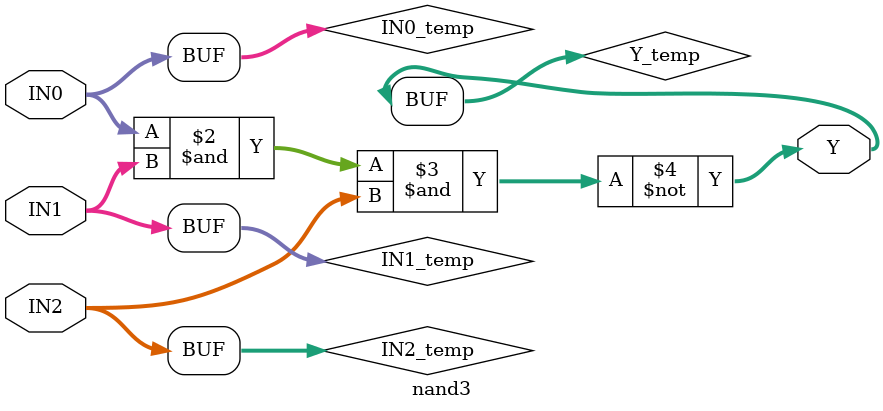
<source format=v>
module nand3(IN0,IN1,IN2,Y);
  parameter N = 8;
  parameter DPFLAG = 1;
  parameter GROUP = "dpath1";
  parameter
        d_IN0 = 0,
        d_IN1 = 0,
        d_IN2 = 0,
        d_Y = 1;
  input [(N - 1):0] IN0;
  input [(N - 1):0] IN1;
  input [(N - 1):0] IN2;
  output [(N - 1):0] Y;
  wire [(N - 1):0] IN0_temp;
  wire [(N - 1):0] IN1_temp;
  wire [(N - 1):0] IN2_temp;
  reg [(N - 1):0] Y_temp;
  assign #(d_IN0) IN0_temp = IN0;
  assign #(d_IN1) IN1_temp = IN1;
  assign #(d_IN2) IN2_temp = IN2;
  assign #(d_Y) Y = Y_temp;
  always
    @(IN0_temp or IN1_temp or IN2_temp)
      begin
      Y_temp = ( ~ ((IN0_temp & IN1_temp) & IN2_temp));
      end
endmodule

</source>
